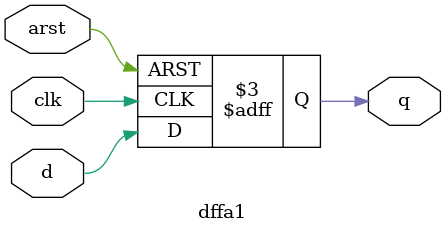
<source format=v>
module dffa1(clk, arst, d, q);
input clk, arst, d;
output reg q;
always @(posedge clk or negedge arst) begin
	if (~arst)
		q <= 0;
	else
		q <= d;
end
endmodule
</source>
